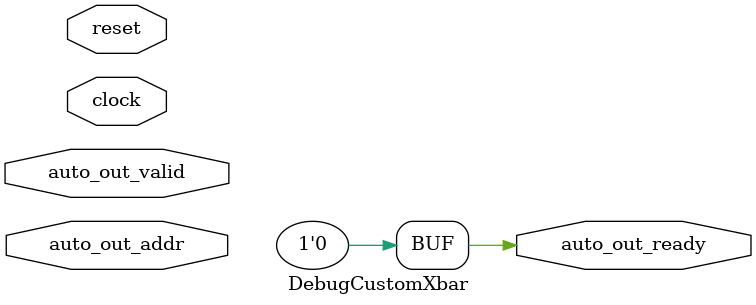
<source format=v>
module DebugCustomXbar(
  input   clock,
  input   reset,
  input   auto_out_addr,
  output  auto_out_ready,
  input   auto_out_valid
);
  assign auto_out_ready = 1'h0; // @[Nodes.scala 1207:84 Custom.scala 83:16]
endmodule

</source>
